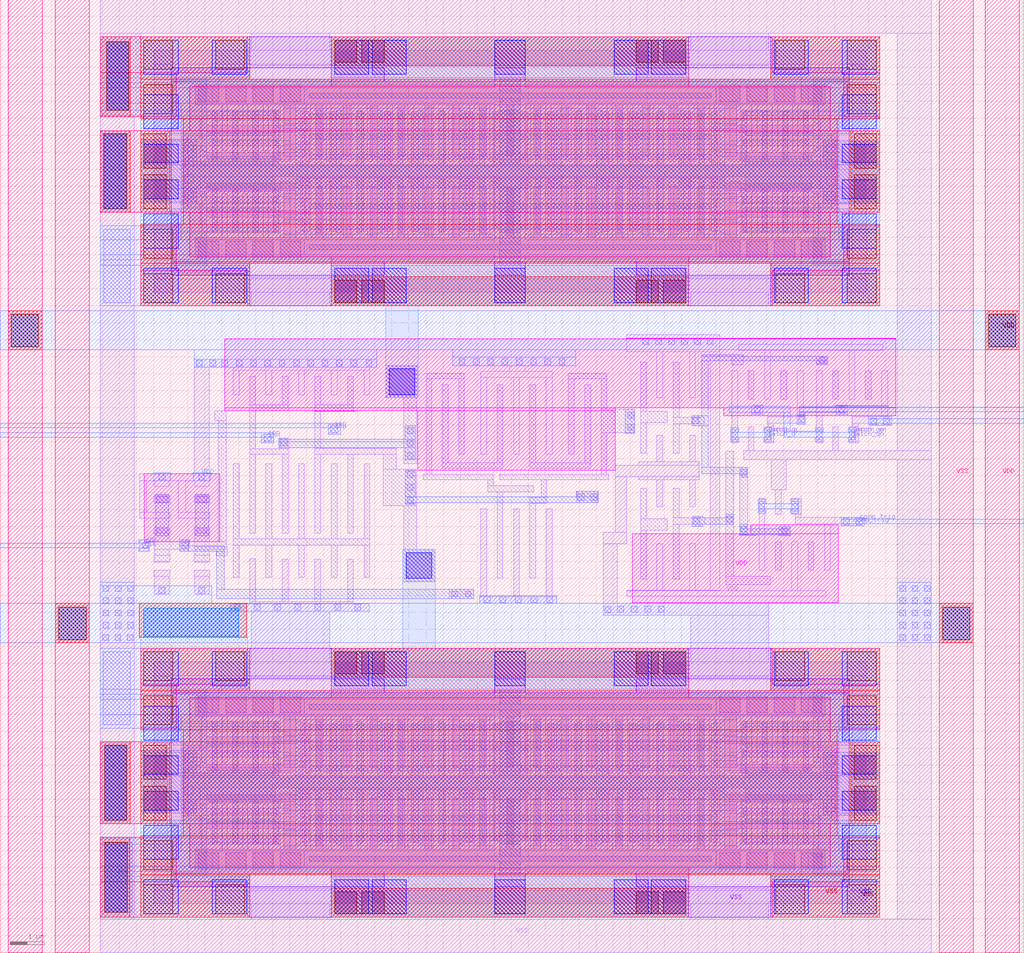
<source format=lef>
VERSION 5.7 ;
  NOWIREEXTENSIONATPIN ON ;
  DIVIDERCHAR "/" ;
  BUSBITCHARS "[]" ;
MACRO adc_comp_latch
  CLASS BLOCK ;
  FOREIGN adc_comp_latch ;
  ORIGIN 0.000 0.000 ;
  SIZE 30.050 BY 27.980 ;
  PIN VDD
    DIRECTION INOUT ;
    USE POWER ;
    PORT
      LAYER nwell ;
        RECT 18.380 18.020 26.290 18.040 ;
        RECT 6.590 16.000 26.290 18.020 ;
        RECT 6.590 15.910 18.050 16.000 ;
        RECT 9.220 15.900 10.430 15.910 ;
        RECT 12.260 14.160 18.050 15.910 ;
        RECT 21.240 15.760 26.290 16.000 ;
        RECT 4.230 12.070 6.440 14.060 ;
        RECT 22.040 12.300 24.610 12.560 ;
        RECT 18.560 10.280 24.610 12.300 ;
      LAYER li1 ;
        RECT 18.390 17.650 21.130 18.140 ;
        RECT 21.680 17.690 25.910 17.860 ;
        RECT 5.700 17.190 11.060 17.430 ;
        RECT 13.280 17.240 16.900 17.480 ;
        RECT 5.700 14.060 6.130 17.190 ;
        RECT 6.840 17.100 10.850 17.190 ;
        RECT 6.840 16.390 7.010 17.100 ;
        RECT 7.800 16.390 7.970 17.100 ;
        RECT 8.760 16.390 8.930 17.100 ;
        RECT 9.720 16.390 9.890 17.100 ;
        RECT 10.680 16.390 10.850 17.100 ;
        RECT 14.960 17.070 15.410 17.240 ;
        RECT 14.110 16.900 16.200 17.070 ;
        RECT 14.110 14.640 14.280 16.900 ;
        RECT 15.070 14.640 15.240 16.900 ;
        RECT 16.030 14.640 16.200 16.900 ;
        RECT 19.280 16.290 19.450 17.650 ;
        RECT 20.240 16.290 20.410 17.650 ;
        RECT 4.100 13.860 6.130 14.060 ;
        RECT 4.100 12.940 4.280 13.860 ;
        RECT 4.540 13.700 4.960 13.860 ;
        RECT 5.230 12.940 5.450 13.860 ;
        RECT 5.710 13.700 6.130 13.860 ;
        RECT 4.100 12.750 4.980 12.940 ;
        RECT 5.230 12.750 6.150 12.940 ;
        RECT 19.280 10.650 19.450 12.010 ;
        RECT 20.240 10.650 20.410 12.010 ;
        RECT 20.850 10.650 21.130 17.650 ;
        RECT 22.440 16.250 22.610 17.690 ;
        RECT 24.920 16.250 25.090 17.690 ;
        RECT 18.400 10.630 21.130 10.650 ;
        RECT 23.240 10.630 23.410 12.070 ;
        RECT 18.400 10.460 24.230 10.630 ;
      LAYER mcon ;
        RECT 18.860 17.860 19.040 18.040 ;
        RECT 19.240 17.860 19.420 18.040 ;
        RECT 19.620 17.860 19.800 18.040 ;
        RECT 20.000 17.860 20.180 18.040 ;
        RECT 20.380 17.860 20.560 18.040 ;
        RECT 20.760 17.860 20.940 18.040 ;
        RECT 5.760 17.220 5.930 17.400 ;
        RECT 6.150 17.220 6.320 17.400 ;
        RECT 6.510 17.220 6.680 17.400 ;
        RECT 6.930 17.220 7.100 17.390 ;
        RECT 7.350 17.220 7.520 17.390 ;
        RECT 7.770 17.220 7.940 17.390 ;
        RECT 8.190 17.220 8.360 17.390 ;
        RECT 8.610 17.220 8.780 17.390 ;
        RECT 9.030 17.220 9.200 17.390 ;
        RECT 9.450 17.220 9.620 17.390 ;
        RECT 9.870 17.220 10.040 17.390 ;
        RECT 10.290 17.220 10.460 17.390 ;
        RECT 10.740 17.220 10.910 17.390 ;
        RECT 13.470 17.270 13.640 17.440 ;
        RECT 13.890 17.270 14.060 17.440 ;
        RECT 14.310 17.270 14.480 17.440 ;
        RECT 14.730 17.270 14.900 17.440 ;
        RECT 15.150 17.270 15.320 17.440 ;
        RECT 15.570 17.270 15.740 17.440 ;
        RECT 15.990 17.270 16.160 17.440 ;
        RECT 16.410 17.270 16.580 17.440 ;
        RECT 4.660 13.890 4.840 14.060 ;
        RECT 5.830 13.890 6.010 14.060 ;
      LAYER met1 ;
        RECT 0.000 17.700 29.920 18.850 ;
        RECT 5.700 17.190 11.060 17.700 ;
        RECT 13.280 17.240 16.900 17.700 ;
        RECT 4.500 13.860 4.990 14.090 ;
        RECT 5.670 13.860 6.160 14.090 ;
      LAYER via ;
        RECT 0.320 17.790 1.120 18.740 ;
        RECT 29.020 17.790 29.820 18.740 ;
      LAYER met2 ;
        RECT 0.230 17.700 1.230 18.850 ;
        RECT 28.920 17.700 29.920 18.850 ;
      LAYER via2 ;
        RECT 0.320 17.790 1.120 18.740 ;
        RECT 29.020 17.790 29.820 18.740 ;
      LAYER met3 ;
        RECT 0.230 17.700 1.230 18.850 ;
        RECT 28.920 17.700 29.920 18.850 ;
      LAYER via3 ;
        RECT 0.320 17.790 1.120 18.740 ;
        RECT 29.020 17.790 29.820 18.740 ;
      LAYER met4 ;
        RECT 0.230 0.000 1.230 27.980 ;
        RECT 28.920 0.000 29.920 27.980 ;
    END
  END VDD
  PIN VSS
    DIRECTION INOUT ;
    USE POWER ;
    PORT
      LAYER pwell ;
        RECT 7.320 25.990 9.720 26.890 ;
        RECT 20.220 25.990 22.620 26.890 ;
        RECT 5.020 25.590 11.270 25.990 ;
        RECT 14.520 25.590 15.420 25.990 ;
        RECT 18.670 25.590 24.920 25.990 ;
        RECT 5.020 20.290 24.920 25.590 ;
        RECT 5.020 19.890 11.270 20.290 ;
        RECT 14.520 19.890 15.420 20.290 ;
        RECT 18.670 19.890 24.920 20.290 ;
        RECT 7.320 18.990 9.720 19.890 ;
        RECT 20.220 18.990 22.620 19.890 ;
        RECT 7.320 8.040 9.720 8.940 ;
        RECT 20.220 8.040 22.620 8.940 ;
        RECT 5.020 7.640 11.270 8.040 ;
        RECT 14.520 7.640 15.420 8.040 ;
        RECT 18.670 7.640 24.920 8.040 ;
        RECT 5.020 2.340 24.920 7.640 ;
        RECT 5.020 1.940 11.270 2.340 ;
        RECT 14.520 1.940 15.420 2.340 ;
        RECT 18.670 1.940 24.920 2.340 ;
        RECT 7.320 1.040 9.720 1.940 ;
        RECT 20.220 1.040 22.620 1.940 ;
      LAYER li1 ;
        RECT 2.940 26.990 27.330 27.980 ;
        RECT 2.940 24.540 4.120 26.990 ;
        RECT 7.370 26.490 9.670 26.990 ;
        RECT 20.270 26.490 22.570 26.990 ;
        RECT 4.520 26.090 25.420 26.490 ;
        RECT 2.940 0.990 3.930 24.540 ;
        RECT 4.520 19.790 4.920 26.090 ;
        RECT 7.370 26.040 9.670 26.090 ;
        RECT 20.270 26.040 22.570 26.090 ;
        RECT 5.720 24.890 24.220 25.490 ;
        RECT 8.320 24.290 8.670 24.890 ;
        RECT 6.070 24.090 8.670 24.290 ;
        RECT 8.320 23.490 8.670 24.090 ;
        RECT 6.070 23.290 8.670 23.490 ;
        RECT 9.270 23.390 9.470 24.890 ;
        RECT 10.070 23.390 10.270 24.890 ;
        RECT 10.870 23.390 11.070 24.890 ;
        RECT 11.670 23.390 11.870 24.890 ;
        RECT 12.470 23.390 12.670 24.890 ;
        RECT 13.270 23.390 13.470 24.890 ;
        RECT 14.070 23.390 14.270 24.890 ;
        RECT 14.870 23.390 15.070 24.890 ;
        RECT 15.670 23.390 15.870 24.890 ;
        RECT 16.470 23.390 16.670 24.890 ;
        RECT 17.270 23.390 17.470 24.890 ;
        RECT 18.070 23.390 18.270 24.890 ;
        RECT 18.870 23.390 19.070 24.890 ;
        RECT 19.670 23.390 19.870 24.890 ;
        RECT 20.470 23.390 20.670 24.890 ;
        RECT 21.270 24.290 21.620 24.890 ;
        RECT 21.270 24.090 23.870 24.290 ;
        RECT 21.270 23.490 21.620 24.090 ;
        RECT 21.270 23.290 23.820 23.490 ;
        RECT 6.070 22.390 8.670 22.590 ;
        RECT 8.320 21.790 8.670 22.390 ;
        RECT 6.070 21.590 8.670 21.790 ;
        RECT 8.320 20.990 8.670 21.590 ;
        RECT 9.270 20.990 9.470 22.490 ;
        RECT 10.070 20.990 10.270 22.490 ;
        RECT 10.870 20.990 11.070 22.490 ;
        RECT 11.670 20.990 11.870 22.490 ;
        RECT 12.470 20.990 12.670 22.490 ;
        RECT 13.270 20.990 13.470 22.490 ;
        RECT 14.070 20.990 14.270 22.490 ;
        RECT 14.870 20.990 15.070 22.490 ;
        RECT 15.670 20.990 15.870 22.490 ;
        RECT 16.470 20.990 16.670 22.490 ;
        RECT 17.270 20.990 17.470 22.490 ;
        RECT 18.070 20.990 18.270 22.490 ;
        RECT 18.870 20.990 19.070 22.490 ;
        RECT 19.670 20.990 19.870 22.490 ;
        RECT 20.470 20.990 20.670 22.490 ;
        RECT 21.270 22.390 23.820 22.590 ;
        RECT 21.270 21.790 21.620 22.390 ;
        RECT 21.270 21.590 23.870 21.790 ;
        RECT 21.270 20.990 21.620 21.590 ;
        RECT 5.720 20.390 24.220 20.990 ;
        RECT 7.370 19.790 9.670 19.840 ;
        RECT 20.270 19.790 22.570 19.840 ;
        RECT 25.020 19.790 25.420 26.090 ;
        RECT 4.520 19.390 25.420 19.790 ;
        RECT 7.370 18.990 9.670 19.390 ;
        RECT 20.270 18.990 22.570 19.390 ;
        RECT 19.280 14.410 19.450 15.200 ;
        RECT 20.240 14.410 20.410 15.200 ;
        RECT 21.960 14.740 22.130 15.440 ;
        RECT 24.440 14.740 24.610 15.440 ;
        RECT 26.340 14.740 27.330 26.990 ;
        RECT 21.830 14.480 27.330 14.740 ;
        RECT 18.740 14.320 20.520 14.410 ;
        RECT 18.060 13.980 20.520 14.320 ;
        RECT 4.520 11.060 4.980 11.230 ;
        RECT 5.690 11.060 6.150 11.230 ;
        RECT 4.540 10.530 4.960 11.060 ;
        RECT 5.710 10.530 6.130 11.060 ;
        RECT 7.320 10.310 7.490 11.570 ;
        RECT 8.280 10.310 8.450 11.560 ;
        RECT 9.240 10.310 9.410 11.560 ;
        RECT 10.200 10.310 10.370 11.560 ;
        RECT 14.110 10.450 14.280 13.030 ;
        RECT 15.070 10.450 15.240 13.030 ;
        RECT 16.030 10.450 16.200 13.030 ;
        RECT 18.060 12.350 18.400 13.980 ;
        RECT 18.740 13.890 20.520 13.980 ;
        RECT 19.280 13.100 19.450 13.890 ;
        RECT 20.240 13.100 20.410 13.890 ;
        RECT 22.640 13.590 23.070 14.480 ;
        RECT 22.760 12.880 22.930 13.590 ;
        RECT 17.710 12.010 18.400 12.350 ;
        RECT 7.320 10.240 10.370 10.310 ;
        RECT 14.080 10.260 16.340 10.450 ;
        RECT 17.710 10.260 18.110 12.010 ;
        RECT 6.750 10.030 10.840 10.240 ;
        RECT 7.370 8.540 9.670 10.030 ;
        RECT 17.710 9.910 22.570 10.260 ;
        RECT 20.270 8.540 22.570 9.910 ;
        RECT 4.520 8.140 25.420 8.540 ;
        RECT 4.520 1.840 4.920 8.140 ;
        RECT 7.370 8.090 9.670 8.140 ;
        RECT 20.270 8.090 22.570 8.140 ;
        RECT 5.720 6.940 24.220 7.540 ;
        RECT 8.320 6.340 8.670 6.940 ;
        RECT 6.070 6.140 8.670 6.340 ;
        RECT 8.320 5.540 8.670 6.140 ;
        RECT 6.070 5.340 8.670 5.540 ;
        RECT 9.270 5.440 9.470 6.940 ;
        RECT 10.070 5.440 10.270 6.940 ;
        RECT 10.870 5.440 11.070 6.940 ;
        RECT 11.670 5.440 11.870 6.940 ;
        RECT 12.470 5.440 12.670 6.940 ;
        RECT 13.270 5.440 13.470 6.940 ;
        RECT 14.070 5.440 14.270 6.940 ;
        RECT 14.870 5.440 15.070 6.940 ;
        RECT 15.670 5.440 15.870 6.940 ;
        RECT 16.470 5.440 16.670 6.940 ;
        RECT 17.270 5.440 17.470 6.940 ;
        RECT 18.070 5.440 18.270 6.940 ;
        RECT 18.870 5.440 19.070 6.940 ;
        RECT 19.670 5.440 19.870 6.940 ;
        RECT 20.470 5.440 20.670 6.940 ;
        RECT 21.270 6.340 21.620 6.940 ;
        RECT 21.270 6.140 23.870 6.340 ;
        RECT 21.270 5.540 21.620 6.140 ;
        RECT 21.270 5.340 23.820 5.540 ;
        RECT 6.070 4.440 8.670 4.640 ;
        RECT 8.320 3.840 8.670 4.440 ;
        RECT 6.070 3.640 8.670 3.840 ;
        RECT 8.320 3.040 8.670 3.640 ;
        RECT 9.270 3.040 9.470 4.540 ;
        RECT 10.070 3.040 10.270 4.540 ;
        RECT 10.870 3.040 11.070 4.540 ;
        RECT 11.670 3.040 11.870 4.540 ;
        RECT 12.470 3.040 12.670 4.540 ;
        RECT 13.270 3.040 13.470 4.540 ;
        RECT 14.070 3.040 14.270 4.540 ;
        RECT 14.870 3.040 15.070 4.540 ;
        RECT 15.670 3.040 15.870 4.540 ;
        RECT 16.470 3.040 16.670 4.540 ;
        RECT 17.270 3.040 17.470 4.540 ;
        RECT 18.070 3.040 18.270 4.540 ;
        RECT 18.870 3.040 19.070 4.540 ;
        RECT 19.670 3.040 19.870 4.540 ;
        RECT 20.470 3.040 20.670 4.540 ;
        RECT 21.270 4.440 23.820 4.640 ;
        RECT 21.270 3.840 21.620 4.440 ;
        RECT 21.270 3.640 23.870 3.840 ;
        RECT 21.270 3.040 21.620 3.640 ;
        RECT 5.720 2.440 24.220 3.040 ;
        RECT 7.370 1.840 9.670 1.890 ;
        RECT 20.270 1.840 22.570 1.890 ;
        RECT 25.020 1.840 25.420 8.140 ;
        RECT 4.520 1.440 25.420 1.840 ;
        RECT 7.370 0.990 9.670 1.440 ;
        RECT 20.270 0.990 22.570 1.440 ;
        RECT 26.340 0.990 27.330 14.480 ;
        RECT 2.940 0.000 27.330 0.990 ;
      LAYER mcon ;
        RECT 3.120 24.740 3.770 26.740 ;
        RECT 3.040 21.840 3.720 24.040 ;
        RECT 3.040 19.090 3.820 21.240 ;
        RECT 5.820 24.990 6.420 25.490 ;
        RECT 6.620 24.990 7.220 25.490 ;
        RECT 7.420 24.990 8.020 25.490 ;
        RECT 8.220 24.990 8.820 25.490 ;
        RECT 21.120 24.990 21.720 25.490 ;
        RECT 21.920 24.990 22.520 25.490 ;
        RECT 22.720 24.990 23.320 25.490 ;
        RECT 23.520 24.990 24.120 25.490 ;
        RECT 5.820 20.390 6.420 20.890 ;
        RECT 6.620 20.390 7.220 20.890 ;
        RECT 7.420 20.390 8.020 20.890 ;
        RECT 8.220 20.390 8.820 20.890 ;
        RECT 21.120 20.390 21.720 20.890 ;
        RECT 21.920 20.390 22.520 20.890 ;
        RECT 22.720 20.390 23.320 20.890 ;
        RECT 23.520 20.390 24.120 20.890 ;
        RECT 3.020 10.610 3.190 10.780 ;
        RECT 3.380 10.610 3.550 10.780 ;
        RECT 3.740 10.610 3.910 10.780 ;
        RECT 4.660 10.560 4.840 10.730 ;
        RECT 5.830 10.560 6.010 10.730 ;
        RECT 3.020 10.250 3.190 10.420 ;
        RECT 3.380 10.250 3.550 10.420 ;
        RECT 3.740 10.250 3.910 10.420 ;
        RECT 14.200 10.270 14.380 10.450 ;
        RECT 14.660 10.270 14.840 10.450 ;
        RECT 15.120 10.270 15.300 10.450 ;
        RECT 15.580 10.270 15.760 10.450 ;
        RECT 16.040 10.270 16.220 10.450 ;
        RECT 26.410 10.610 26.580 10.780 ;
        RECT 26.770 10.610 26.940 10.780 ;
        RECT 27.130 10.610 27.300 10.780 ;
        RECT 3.020 9.890 3.190 10.060 ;
        RECT 3.380 9.890 3.550 10.060 ;
        RECT 3.740 9.890 3.910 10.060 ;
        RECT 6.870 10.050 7.050 10.230 ;
        RECT 7.460 10.050 7.640 10.230 ;
        RECT 8.050 10.050 8.230 10.230 ;
        RECT 8.640 10.050 8.820 10.230 ;
        RECT 9.230 10.050 9.410 10.230 ;
        RECT 9.820 10.050 10.000 10.230 ;
        RECT 10.410 10.050 10.590 10.230 ;
        RECT 3.020 9.530 3.190 9.700 ;
        RECT 3.380 9.530 3.550 9.700 ;
        RECT 3.740 9.530 3.910 9.700 ;
        RECT 3.010 9.170 3.180 9.340 ;
        RECT 3.370 9.170 3.540 9.340 ;
        RECT 3.730 9.170 3.900 9.340 ;
        RECT 3.030 6.690 3.820 8.840 ;
        RECT 17.750 9.980 17.930 10.160 ;
        RECT 18.120 9.990 18.300 10.170 ;
        RECT 18.520 9.990 18.700 10.170 ;
        RECT 18.920 9.990 19.100 10.170 ;
        RECT 19.320 9.990 19.500 10.170 ;
        RECT 26.410 10.250 26.580 10.420 ;
        RECT 26.770 10.250 26.940 10.420 ;
        RECT 27.130 10.250 27.300 10.420 ;
        RECT 26.410 9.890 26.580 10.060 ;
        RECT 26.770 9.890 26.940 10.060 ;
        RECT 27.130 9.890 27.300 10.060 ;
        RECT 26.410 9.530 26.580 9.700 ;
        RECT 26.770 9.530 26.940 9.700 ;
        RECT 27.130 9.530 27.300 9.700 ;
        RECT 26.410 9.170 26.580 9.340 ;
        RECT 26.770 9.170 26.940 9.340 ;
        RECT 27.130 9.170 27.300 9.340 ;
        RECT 3.070 3.890 3.720 6.090 ;
        RECT 3.070 1.190 3.870 3.240 ;
        RECT 5.820 7.040 6.420 7.540 ;
        RECT 6.620 7.040 7.220 7.540 ;
        RECT 7.420 7.040 8.020 7.540 ;
        RECT 8.220 7.040 8.820 7.540 ;
        RECT 21.120 7.040 21.720 7.540 ;
        RECT 21.920 7.040 22.520 7.540 ;
        RECT 22.720 7.040 23.320 7.540 ;
        RECT 23.520 7.040 24.120 7.540 ;
        RECT 5.820 2.440 6.420 2.940 ;
        RECT 6.620 2.440 7.220 2.940 ;
        RECT 7.420 2.440 8.020 2.940 ;
        RECT 8.220 2.440 8.820 2.940 ;
        RECT 21.120 2.440 21.720 2.940 ;
        RECT 21.920 2.440 22.520 2.940 ;
        RECT 22.720 2.440 23.320 2.940 ;
        RECT 23.520 2.440 24.120 2.940 ;
      LAYER met1 ;
        RECT 2.940 25.690 7.320 26.890 ;
        RECT 22.620 25.690 25.820 26.890 ;
        RECT 2.940 25.540 6.420 25.690 ;
        RECT 23.520 25.540 25.820 25.690 ;
        RECT 2.940 25.390 14.520 25.540 ;
        RECT 15.420 25.390 25.820 25.540 ;
        RECT 2.940 24.940 8.920 25.390 ;
        RECT 21.020 24.940 25.820 25.390 ;
        RECT 2.940 24.540 5.320 24.940 ;
        RECT 5.770 24.890 14.520 24.940 ;
        RECT 2.940 21.740 3.820 24.140 ;
        RECT 4.120 24.040 5.320 24.540 ;
        RECT 5.920 23.540 6.070 24.890 ;
        RECT 6.520 23.540 6.670 24.890 ;
        RECT 7.120 23.540 7.270 24.890 ;
        RECT 7.720 23.540 7.870 24.890 ;
        RECT 8.320 24.790 14.520 24.890 ;
        RECT 15.420 24.890 24.170 24.940 ;
        RECT 15.420 24.790 21.620 24.890 ;
        RECT 8.320 24.340 8.920 24.790 ;
        RECT 21.020 24.340 21.620 24.790 ;
        RECT 8.320 24.190 14.520 24.340 ;
        RECT 15.420 24.190 21.620 24.340 ;
        RECT 8.320 23.740 8.920 24.190 ;
        RECT 21.020 23.740 21.620 24.190 ;
        RECT 8.320 23.590 14.520 23.740 ;
        RECT 15.420 23.590 21.620 23.740 ;
        RECT 8.320 23.390 8.920 23.590 ;
        RECT 21.020 23.390 21.620 23.590 ;
        RECT 22.070 23.540 22.220 24.890 ;
        RECT 22.670 23.540 22.820 24.890 ;
        RECT 23.270 23.540 23.420 24.890 ;
        RECT 23.870 23.540 24.020 24.890 ;
        RECT 24.620 24.040 25.820 24.940 ;
        RECT 4.120 21.340 5.320 21.840 ;
        RECT 2.940 20.940 5.320 21.340 ;
        RECT 5.920 20.990 6.070 22.290 ;
        RECT 6.520 20.990 6.670 22.290 ;
        RECT 7.120 20.990 7.270 22.290 ;
        RECT 7.720 20.990 7.870 22.290 ;
        RECT 8.320 22.140 14.520 22.290 ;
        RECT 15.420 22.140 21.620 22.290 ;
        RECT 8.320 21.690 8.920 22.140 ;
        RECT 21.020 21.690 21.620 22.140 ;
        RECT 8.320 21.540 14.520 21.690 ;
        RECT 15.420 21.540 21.620 21.690 ;
        RECT 8.320 21.090 8.920 21.540 ;
        RECT 21.020 21.090 21.620 21.540 ;
        RECT 8.320 20.990 14.520 21.090 ;
        RECT 5.770 20.940 14.520 20.990 ;
        RECT 15.420 20.990 21.620 21.090 ;
        RECT 22.070 20.990 22.220 22.290 ;
        RECT 22.670 20.990 22.820 22.290 ;
        RECT 23.270 20.990 23.420 22.290 ;
        RECT 23.870 20.990 24.020 22.290 ;
        RECT 15.420 20.940 24.170 20.990 ;
        RECT 24.620 20.940 25.820 21.840 ;
        RECT 2.940 20.490 8.920 20.940 ;
        RECT 21.020 20.490 25.820 20.940 ;
        RECT 2.940 20.340 14.520 20.490 ;
        RECT 15.420 20.340 25.820 20.490 ;
        RECT 2.940 20.190 6.420 20.340 ;
        RECT 23.520 20.190 25.820 20.340 ;
        RECT 2.940 18.990 7.320 20.190 ;
        RECT 22.620 18.990 25.820 20.190 ;
        RECT 2.940 10.780 3.940 10.880 ;
        RECT 2.940 10.260 6.210 10.780 ;
        RECT 14.080 10.260 16.340 10.480 ;
        RECT 26.340 10.260 27.330 10.880 ;
        RECT 0.000 9.100 28.570 10.260 ;
        RECT 2.930 7.740 7.320 8.940 ;
        RECT 22.620 7.740 25.820 8.940 ;
        RECT 2.930 7.590 6.420 7.740 ;
        RECT 23.520 7.590 25.820 7.740 ;
        RECT 2.930 7.440 14.520 7.590 ;
        RECT 15.420 7.440 25.820 7.590 ;
        RECT 2.930 6.990 8.920 7.440 ;
        RECT 21.020 6.990 25.820 7.440 ;
        RECT 2.930 6.590 5.320 6.990 ;
        RECT 5.770 6.940 14.520 6.990 ;
        RECT 2.940 3.790 3.820 6.190 ;
        RECT 4.120 6.090 5.320 6.590 ;
        RECT 5.920 5.590 6.070 6.940 ;
        RECT 6.520 5.590 6.670 6.940 ;
        RECT 7.120 5.590 7.270 6.940 ;
        RECT 7.720 5.590 7.870 6.940 ;
        RECT 8.320 6.840 14.520 6.940 ;
        RECT 15.420 6.940 24.170 6.990 ;
        RECT 15.420 6.840 21.620 6.940 ;
        RECT 8.320 6.390 8.920 6.840 ;
        RECT 21.020 6.390 21.620 6.840 ;
        RECT 8.320 6.240 14.520 6.390 ;
        RECT 15.420 6.240 21.620 6.390 ;
        RECT 8.320 5.790 8.920 6.240 ;
        RECT 21.020 5.790 21.620 6.240 ;
        RECT 8.320 5.640 14.520 5.790 ;
        RECT 15.420 5.640 21.620 5.790 ;
        RECT 8.320 5.440 8.920 5.640 ;
        RECT 21.020 5.440 21.620 5.640 ;
        RECT 22.070 5.590 22.220 6.940 ;
        RECT 22.670 5.590 22.820 6.940 ;
        RECT 23.270 5.590 23.420 6.940 ;
        RECT 23.870 5.590 24.020 6.940 ;
        RECT 24.620 6.090 25.820 6.990 ;
        RECT 4.120 3.390 5.320 3.890 ;
        RECT 2.940 2.990 5.320 3.390 ;
        RECT 5.920 3.040 6.070 4.340 ;
        RECT 6.520 3.040 6.670 4.340 ;
        RECT 7.120 3.040 7.270 4.340 ;
        RECT 7.720 3.040 7.870 4.340 ;
        RECT 8.320 4.190 14.520 4.340 ;
        RECT 15.420 4.190 21.620 4.340 ;
        RECT 8.320 3.740 8.920 4.190 ;
        RECT 21.020 3.740 21.620 4.190 ;
        RECT 8.320 3.590 14.520 3.740 ;
        RECT 15.420 3.590 21.620 3.740 ;
        RECT 8.320 3.140 8.920 3.590 ;
        RECT 21.020 3.140 21.620 3.590 ;
        RECT 8.320 3.040 14.520 3.140 ;
        RECT 5.770 2.990 14.520 3.040 ;
        RECT 15.420 3.040 21.620 3.140 ;
        RECT 22.070 3.040 22.220 4.340 ;
        RECT 22.670 3.040 22.820 4.340 ;
        RECT 23.270 3.040 23.420 4.340 ;
        RECT 23.870 3.040 24.020 4.340 ;
        RECT 15.420 2.990 24.170 3.040 ;
        RECT 24.620 2.990 25.820 3.890 ;
        RECT 2.940 2.540 8.920 2.990 ;
        RECT 21.020 2.540 25.820 2.990 ;
        RECT 2.940 2.390 14.520 2.540 ;
        RECT 15.420 2.390 25.820 2.540 ;
        RECT 2.940 2.240 6.420 2.390 ;
        RECT 23.520 2.240 25.820 2.390 ;
        RECT 2.940 1.040 7.320 2.240 ;
        RECT 22.620 1.040 25.820 2.240 ;
      LAYER via ;
        RECT 3.120 24.740 3.770 26.740 ;
        RECT 4.220 25.790 5.220 26.790 ;
        RECT 6.220 25.790 7.220 26.790 ;
        RECT 22.720 25.790 23.720 26.790 ;
        RECT 24.720 25.790 25.720 26.790 ;
        RECT 4.220 24.190 5.220 25.190 ;
        RECT 3.040 21.840 3.720 24.040 ;
        RECT 24.720 24.190 25.720 25.190 ;
        RECT 4.220 20.690 5.220 21.690 ;
        RECT 24.720 20.690 25.720 21.690 ;
        RECT 4.220 19.090 5.220 20.090 ;
        RECT 6.220 19.090 7.220 20.090 ;
        RECT 22.720 19.090 23.720 20.090 ;
        RECT 24.720 19.090 25.720 20.090 ;
        RECT 1.720 9.190 2.520 10.140 ;
        RECT 4.220 9.290 7.000 10.120 ;
        RECT 27.670 9.190 28.470 10.140 ;
        RECT 4.220 7.840 5.220 8.840 ;
        RECT 6.220 7.840 7.220 8.840 ;
        RECT 22.720 7.840 23.720 8.840 ;
        RECT 24.720 7.840 25.720 8.840 ;
        RECT 4.220 6.240 5.220 7.240 ;
        RECT 3.070 3.890 3.720 6.090 ;
        RECT 24.720 6.240 25.720 7.240 ;
        RECT 3.070 1.190 3.730 3.240 ;
        RECT 4.220 2.740 5.220 3.740 ;
        RECT 24.720 2.740 25.720 3.740 ;
        RECT 4.220 1.140 5.220 2.140 ;
        RECT 6.220 1.140 7.220 2.140 ;
        RECT 22.720 1.140 23.720 2.140 ;
        RECT 24.720 1.140 25.720 2.140 ;
      LAYER met2 ;
        RECT 2.940 25.690 7.320 26.890 ;
        RECT 22.620 25.690 25.820 26.890 ;
        RECT 2.940 24.740 6.070 25.690 ;
        RECT 23.870 24.740 25.820 25.690 ;
        RECT 2.940 24.590 8.070 24.740 ;
        RECT 2.940 24.540 6.070 24.590 ;
        RECT 4.120 24.140 6.070 24.540 ;
        RECT 2.940 21.740 3.820 24.140 ;
        RECT 4.120 24.040 8.070 24.140 ;
        RECT 5.520 23.990 8.070 24.040 ;
        RECT 5.520 23.390 6.070 23.990 ;
        RECT 5.520 23.090 8.070 23.390 ;
        RECT 8.670 23.090 8.820 24.740 ;
        RECT 9.270 23.090 9.420 24.740 ;
        RECT 9.870 23.090 10.020 24.740 ;
        RECT 10.470 23.090 10.620 24.740 ;
        RECT 11.070 23.090 11.220 24.740 ;
        RECT 11.670 23.090 11.820 24.740 ;
        RECT 12.270 23.090 12.420 24.740 ;
        RECT 12.870 23.090 13.020 24.740 ;
        RECT 13.470 23.090 13.620 24.740 ;
        RECT 14.070 23.090 14.220 24.740 ;
        RECT 14.670 23.090 15.270 24.740 ;
        RECT 15.720 23.090 15.870 24.740 ;
        RECT 16.320 23.090 16.470 24.740 ;
        RECT 16.920 23.090 17.070 24.740 ;
        RECT 17.520 23.090 17.670 24.740 ;
        RECT 18.120 23.090 18.270 24.740 ;
        RECT 18.720 23.090 18.870 24.740 ;
        RECT 19.320 23.090 19.470 24.740 ;
        RECT 19.920 23.090 20.070 24.740 ;
        RECT 20.520 23.090 20.670 24.740 ;
        RECT 21.120 23.090 21.270 24.740 ;
        RECT 21.870 24.590 25.820 24.740 ;
        RECT 23.870 24.140 25.820 24.590 ;
        RECT 21.870 24.040 25.820 24.140 ;
        RECT 21.870 23.990 24.420 24.040 ;
        RECT 23.870 23.390 24.420 23.990 ;
        RECT 21.870 23.090 24.420 23.390 ;
        RECT 5.520 22.790 24.420 23.090 ;
        RECT 5.520 22.340 8.070 22.790 ;
        RECT 5.520 21.890 6.070 22.340 ;
        RECT 5.520 21.840 8.070 21.890 ;
        RECT 4.120 21.740 8.070 21.840 ;
        RECT 4.120 21.290 6.070 21.740 ;
        RECT 4.120 21.140 8.070 21.290 ;
        RECT 8.670 21.140 8.820 22.790 ;
        RECT 9.270 21.140 9.420 22.790 ;
        RECT 9.870 21.140 10.020 22.790 ;
        RECT 10.470 21.140 10.620 22.790 ;
        RECT 11.070 21.140 11.220 22.790 ;
        RECT 11.670 21.140 11.820 22.790 ;
        RECT 12.270 21.140 12.420 22.790 ;
        RECT 12.870 21.140 13.020 22.790 ;
        RECT 13.470 21.140 13.620 22.790 ;
        RECT 14.070 21.140 14.220 22.790 ;
        RECT 14.670 21.140 15.270 22.790 ;
        RECT 15.720 21.140 15.870 22.790 ;
        RECT 16.320 21.140 16.470 22.790 ;
        RECT 16.920 21.140 17.070 22.790 ;
        RECT 17.520 21.140 17.670 22.790 ;
        RECT 18.120 21.140 18.270 22.790 ;
        RECT 18.720 21.140 18.870 22.790 ;
        RECT 19.320 21.140 19.470 22.790 ;
        RECT 19.920 21.140 20.070 22.790 ;
        RECT 20.520 21.140 20.670 22.790 ;
        RECT 21.120 21.140 21.270 22.790 ;
        RECT 21.870 22.340 24.420 22.790 ;
        RECT 23.870 21.890 24.420 22.340 ;
        RECT 21.870 21.840 24.420 21.890 ;
        RECT 21.870 21.740 25.820 21.840 ;
        RECT 23.870 21.290 25.820 21.740 ;
        RECT 21.870 21.140 25.820 21.290 ;
        RECT 4.120 20.190 6.070 21.140 ;
        RECT 23.870 20.190 25.820 21.140 ;
        RECT 4.120 18.990 7.320 20.190 ;
        RECT 22.620 18.990 25.820 20.190 ;
        RECT 1.610 9.100 2.610 10.260 ;
        RECT 4.080 9.260 7.230 10.260 ;
        RECT 4.120 8.940 7.270 9.260 ;
        RECT 27.570 9.100 28.570 10.260 ;
        RECT 4.120 7.740 7.320 8.940 ;
        RECT 22.620 7.740 25.820 8.940 ;
        RECT 4.120 6.790 6.070 7.740 ;
        RECT 23.870 6.790 25.820 7.740 ;
        RECT 4.120 6.640 8.070 6.790 ;
        RECT 4.120 6.190 6.070 6.640 ;
        RECT 2.940 3.790 3.820 6.190 ;
        RECT 4.120 6.090 8.070 6.190 ;
        RECT 5.520 6.040 8.070 6.090 ;
        RECT 5.520 5.440 6.070 6.040 ;
        RECT 5.520 5.140 8.070 5.440 ;
        RECT 8.670 5.140 8.820 6.790 ;
        RECT 9.270 5.140 9.420 6.790 ;
        RECT 9.870 5.140 10.020 6.790 ;
        RECT 10.470 5.140 10.620 6.790 ;
        RECT 11.070 5.140 11.220 6.790 ;
        RECT 11.670 5.140 11.820 6.790 ;
        RECT 12.270 5.140 12.420 6.790 ;
        RECT 12.870 5.140 13.020 6.790 ;
        RECT 13.470 5.140 13.620 6.790 ;
        RECT 14.070 5.140 14.220 6.790 ;
        RECT 14.670 5.140 15.270 6.790 ;
        RECT 15.720 5.140 15.870 6.790 ;
        RECT 16.320 5.140 16.470 6.790 ;
        RECT 16.920 5.140 17.070 6.790 ;
        RECT 17.520 5.140 17.670 6.790 ;
        RECT 18.120 5.140 18.270 6.790 ;
        RECT 18.720 5.140 18.870 6.790 ;
        RECT 19.320 5.140 19.470 6.790 ;
        RECT 19.920 5.140 20.070 6.790 ;
        RECT 20.520 5.140 20.670 6.790 ;
        RECT 21.120 5.140 21.270 6.790 ;
        RECT 21.870 6.640 25.820 6.790 ;
        RECT 23.870 6.190 25.820 6.640 ;
        RECT 21.870 6.090 25.820 6.190 ;
        RECT 21.870 6.040 24.420 6.090 ;
        RECT 23.870 5.440 24.420 6.040 ;
        RECT 21.870 5.140 24.420 5.440 ;
        RECT 5.520 4.840 24.420 5.140 ;
        RECT 5.520 4.390 8.070 4.840 ;
        RECT 5.520 3.940 6.070 4.390 ;
        RECT 5.520 3.890 8.070 3.940 ;
        RECT 4.120 3.790 8.070 3.890 ;
        RECT 4.120 3.390 6.070 3.790 ;
        RECT 2.940 3.340 6.070 3.390 ;
        RECT 2.940 3.190 8.070 3.340 ;
        RECT 8.670 3.190 8.820 4.840 ;
        RECT 9.270 3.190 9.420 4.840 ;
        RECT 9.870 3.190 10.020 4.840 ;
        RECT 10.470 3.190 10.620 4.840 ;
        RECT 11.070 3.190 11.220 4.840 ;
        RECT 11.670 3.190 11.820 4.840 ;
        RECT 12.270 3.190 12.420 4.840 ;
        RECT 12.870 3.190 13.020 4.840 ;
        RECT 13.470 3.190 13.620 4.840 ;
        RECT 14.070 3.190 14.220 4.840 ;
        RECT 14.670 3.190 15.270 4.840 ;
        RECT 15.720 3.190 15.870 4.840 ;
        RECT 16.320 3.190 16.470 4.840 ;
        RECT 16.920 3.190 17.070 4.840 ;
        RECT 17.520 3.190 17.670 4.840 ;
        RECT 18.120 3.190 18.270 4.840 ;
        RECT 18.720 3.190 18.870 4.840 ;
        RECT 19.320 3.190 19.470 4.840 ;
        RECT 19.920 3.190 20.070 4.840 ;
        RECT 20.520 3.190 20.670 4.840 ;
        RECT 21.120 3.190 21.270 4.840 ;
        RECT 21.870 4.390 24.420 4.840 ;
        RECT 23.870 3.940 24.420 4.390 ;
        RECT 21.870 3.890 24.420 3.940 ;
        RECT 21.870 3.790 25.820 3.890 ;
        RECT 23.870 3.340 25.820 3.790 ;
        RECT 21.870 3.190 25.820 3.340 ;
        RECT 2.940 2.240 6.070 3.190 ;
        RECT 23.870 2.240 25.820 3.190 ;
        RECT 2.940 1.040 7.320 2.240 ;
        RECT 22.620 1.040 25.820 2.240 ;
      LAYER via2 ;
        RECT 3.120 24.740 3.770 26.740 ;
        RECT 3.040 21.840 3.720 24.040 ;
        RECT 1.720 9.190 2.520 10.140 ;
        RECT 4.220 9.290 7.000 10.120 ;
        RECT 27.670 9.190 28.470 10.140 ;
        RECT 3.070 3.890 3.720 6.090 ;
        RECT 3.070 1.190 3.730 3.240 ;
      LAYER met3 ;
        RECT 2.940 24.540 3.810 26.890 ;
        RECT 4.120 25.640 7.320 26.890 ;
        RECT 9.720 26.040 20.220 26.890 ;
        RECT 22.620 25.640 25.820 26.890 ;
        RECT 4.120 24.490 25.820 25.640 ;
        RECT 2.940 21.740 3.820 24.140 ;
        RECT 4.120 21.740 4.970 24.140 ;
        RECT 5.370 21.390 24.570 24.490 ;
        RECT 24.970 21.740 25.820 24.140 ;
        RECT 4.120 20.240 25.820 21.390 ;
        RECT 4.120 18.990 7.320 20.240 ;
        RECT 9.720 18.990 20.220 19.840 ;
        RECT 22.620 18.990 25.820 20.240 ;
        RECT 1.610 9.100 2.610 10.260 ;
        RECT 4.080 9.260 7.230 10.260 ;
        RECT 27.570 9.100 28.570 10.260 ;
        RECT 4.120 7.690 7.320 8.940 ;
        RECT 9.720 8.090 20.220 8.940 ;
        RECT 22.620 7.690 25.820 8.940 ;
        RECT 4.120 6.540 25.820 7.690 ;
        RECT 2.940 3.790 3.820 6.190 ;
        RECT 4.120 3.790 4.970 6.190 ;
        RECT 5.370 3.440 24.570 6.540 ;
        RECT 24.970 3.790 25.820 6.190 ;
        RECT 2.940 1.040 3.800 3.390 ;
        RECT 4.120 2.290 25.820 3.440 ;
        RECT 4.120 1.040 7.320 2.290 ;
        RECT 9.720 1.040 20.220 1.890 ;
        RECT 22.620 1.040 25.820 2.290 ;
      LAYER via3 ;
        RECT 3.120 24.740 3.770 26.740 ;
        RECT 4.220 25.940 5.070 26.790 ;
        RECT 6.320 25.940 7.170 26.790 ;
        RECT 9.820 26.140 10.470 26.790 ;
        RECT 10.620 26.140 11.270 26.790 ;
        RECT 18.670 26.140 19.320 26.790 ;
        RECT 19.470 26.140 20.120 26.790 ;
        RECT 22.770 25.940 23.620 26.790 ;
        RECT 24.870 25.940 25.720 26.790 ;
        RECT 4.220 24.640 5.070 25.490 ;
        RECT 24.870 24.640 25.720 25.490 ;
        RECT 3.040 21.840 3.720 24.040 ;
        RECT 4.220 23.040 4.870 24.040 ;
        RECT 4.220 21.840 4.870 22.840 ;
        RECT 25.070 23.040 25.720 24.040 ;
        RECT 25.070 21.840 25.720 22.840 ;
        RECT 4.220 20.390 5.070 21.240 ;
        RECT 24.870 20.390 25.720 21.240 ;
        RECT 4.220 19.090 5.070 19.940 ;
        RECT 6.320 19.090 7.170 19.940 ;
        RECT 9.820 19.090 10.470 19.740 ;
        RECT 10.620 19.090 11.270 19.740 ;
        RECT 18.670 19.090 19.320 19.740 ;
        RECT 19.470 19.090 20.120 19.740 ;
        RECT 22.770 19.090 23.620 19.940 ;
        RECT 24.870 19.090 25.720 19.940 ;
        RECT 1.720 9.190 2.520 10.140 ;
        RECT 27.670 9.190 28.470 10.140 ;
        RECT 4.220 7.990 5.070 8.840 ;
        RECT 6.320 7.990 7.170 8.840 ;
        RECT 9.820 8.190 10.470 8.840 ;
        RECT 10.620 8.190 11.270 8.840 ;
        RECT 18.670 8.190 19.320 8.840 ;
        RECT 19.470 8.190 20.120 8.840 ;
        RECT 22.770 7.990 23.620 8.840 ;
        RECT 24.870 7.990 25.720 8.840 ;
        RECT 4.220 6.690 5.070 7.540 ;
        RECT 24.870 6.690 25.720 7.540 ;
        RECT 3.070 3.890 3.720 6.090 ;
        RECT 4.220 5.090 4.870 6.090 ;
        RECT 4.220 3.890 4.870 4.890 ;
        RECT 25.070 5.090 25.720 6.090 ;
        RECT 25.070 3.890 25.720 4.890 ;
        RECT 3.070 1.190 3.730 3.240 ;
        RECT 4.220 2.440 5.070 3.290 ;
        RECT 24.870 2.440 25.720 3.290 ;
        RECT 4.220 1.140 5.070 1.990 ;
        RECT 6.320 1.140 7.170 1.990 ;
        RECT 9.820 1.140 10.470 1.790 ;
        RECT 10.620 1.140 11.270 1.790 ;
        RECT 18.670 1.140 19.320 1.790 ;
        RECT 19.470 1.140 20.120 1.790 ;
        RECT 22.770 1.140 23.620 1.990 ;
        RECT 24.870 1.140 25.720 1.990 ;
      LAYER met4 ;
        RECT 1.610 0.000 2.610 27.980 ;
        RECT 2.940 25.840 7.270 26.890 ;
        RECT 2.940 24.540 5.170 25.840 ;
        RECT 9.720 25.440 20.220 26.890 ;
        RECT 22.670 25.840 25.820 26.890 ;
        RECT 5.570 24.140 24.370 25.440 ;
        RECT 24.770 24.540 25.820 25.840 ;
        RECT 2.940 21.740 25.820 24.140 ;
        RECT 4.120 20.040 5.170 21.340 ;
        RECT 5.570 20.440 24.370 21.740 ;
        RECT 4.120 18.990 7.270 20.040 ;
        RECT 9.720 18.990 20.220 20.440 ;
        RECT 24.770 20.040 25.820 21.340 ;
        RECT 22.670 18.990 25.820 20.040 ;
        RECT 4.120 7.890 7.270 8.940 ;
        RECT 4.120 6.590 5.170 7.890 ;
        RECT 9.720 7.490 20.220 8.940 ;
        RECT 22.670 7.890 25.820 8.940 ;
        RECT 5.570 6.190 24.370 7.490 ;
        RECT 24.770 6.590 25.820 7.890 ;
        RECT 2.940 3.790 25.820 6.190 ;
        RECT 2.940 2.090 5.170 3.390 ;
        RECT 5.570 2.490 24.370 3.790 ;
        RECT 2.940 1.040 7.270 2.090 ;
        RECT 9.720 1.040 20.220 2.490 ;
        RECT 24.770 2.090 25.820 3.390 ;
        RECT 22.670 1.040 25.820 2.090 ;
        RECT 27.570 0.000 28.570 27.980 ;
    END
  END VSS
  PIN clk
    DIRECTION INPUT ;
    USE SIGNAL ;
    ANTENNAGATEAREA 0.189000 ;
    PORT
      LAYER li1 ;
        RECT 4.100 11.790 4.370 12.120 ;
      LAYER mcon ;
        RECT 4.180 11.870 4.350 12.040 ;
      LAYER met1 ;
        RECT 4.070 12.030 4.380 12.120 ;
        RECT 0.000 11.890 4.380 12.030 ;
        RECT 4.070 11.790 4.380 11.890 ;
    END
  END clk
  PIN inp
    DIRECTION INPUT ;
    USE SIGNAL ;
    ANTENNAGATEAREA 1.200000 ;
    PORT
      LAYER li1 ;
        RECT 9.630 15.220 9.990 15.520 ;
      LAYER mcon ;
        RECT 9.710 15.270 9.910 15.470 ;
      LAYER met1 ;
        RECT 0.000 15.410 9.990 15.550 ;
        RECT 9.630 15.220 9.990 15.410 ;
    END
  END inp
  PIN inn
    DIRECTION INPUT ;
    USE SIGNAL ;
    ANTENNAGATEAREA 1.200000 ;
    PORT
      LAYER li1 ;
        RECT 7.670 14.970 8.030 15.270 ;
      LAYER mcon ;
        RECT 7.750 15.020 7.950 15.220 ;
      LAYER met1 ;
        RECT 0.000 15.130 8.030 15.270 ;
        RECT 7.670 14.970 8.030 15.130 ;
    END
  END inn
  PIN comp_trig
    DIRECTION OUTPUT ;
    USE SIGNAL ;
    ANTENNADIFFAREA 0.756400 ;
    PORT
      LAYER li1 ;
        RECT 22.280 11.230 22.450 13.340 ;
        RECT 23.240 12.880 23.510 13.340 ;
        RECT 23.340 12.780 23.510 12.880 ;
        RECT 23.340 12.590 25.370 12.780 ;
        RECT 24.200 11.230 24.370 12.590 ;
        RECT 24.690 12.540 25.370 12.590 ;
      LAYER mcon ;
        RECT 22.280 12.960 22.450 13.260 ;
        RECT 23.240 12.960 23.410 13.260 ;
        RECT 24.750 12.570 24.930 12.750 ;
        RECT 25.130 12.570 25.310 12.750 ;
      LAYER met1 ;
        RECT 22.250 13.180 22.480 13.320 ;
        RECT 23.210 13.180 23.440 13.320 ;
        RECT 22.250 13.040 23.440 13.180 ;
        RECT 22.250 12.900 22.480 13.040 ;
        RECT 23.210 12.900 23.440 13.040 ;
        RECT 24.690 12.730 25.370 12.780 ;
        RECT 24.690 12.590 30.050 12.730 ;
        RECT 24.690 12.540 25.370 12.590 ;
    END
  END comp_trig
  PIN latch_qn
    DIRECTION OUTPUT ;
    USE SIGNAL ;
    ANTENNAGATEAREA 0.303000 ;
    ANTENNADIFFAREA 0.756400 ;
    PORT
      LAYER li1 ;
        RECT 22.060 15.810 22.390 16.070 ;
        RECT 23.960 14.980 24.130 17.090 ;
        RECT 25.880 15.730 26.050 17.090 ;
        RECT 25.020 15.540 26.170 15.730 ;
        RECT 25.020 15.440 25.190 15.540 ;
        RECT 25.500 15.490 26.170 15.540 ;
        RECT 24.920 14.980 25.190 15.440 ;
      LAYER mcon ;
        RECT 22.140 15.860 22.310 16.030 ;
        RECT 25.560 15.520 25.740 15.700 ;
        RECT 25.930 15.520 26.110 15.700 ;
        RECT 23.960 15.060 24.130 15.360 ;
        RECT 24.920 15.060 25.090 15.360 ;
      LAYER met1 ;
        RECT 22.060 16.050 22.390 16.070 ;
        RECT 21.400 15.870 23.190 16.050 ;
        RECT 22.060 15.810 22.390 15.870 ;
        RECT 23.010 15.310 23.190 15.870 ;
        RECT 25.500 15.680 26.170 15.730 ;
        RECT 25.500 15.540 30.050 15.680 ;
        RECT 25.500 15.490 26.170 15.540 ;
        RECT 23.930 15.310 24.160 15.420 ;
        RECT 23.010 15.280 24.160 15.310 ;
        RECT 24.890 15.280 25.120 15.420 ;
        RECT 23.010 15.140 25.120 15.280 ;
        RECT 23.010 15.130 24.160 15.140 ;
        RECT 23.930 15.000 24.160 15.130 ;
        RECT 24.890 15.000 25.120 15.140 ;
    END
  END latch_qn
  PIN latch_q
    DIRECTION OUTPUT ;
    USE SIGNAL ;
    ANTENNAGATEAREA 0.303000 ;
    ANTENNADIFFAREA 0.756400 ;
    PORT
      LAYER li1 ;
        RECT 21.480 14.980 21.650 17.090 ;
        RECT 23.400 15.780 23.570 17.090 ;
        RECT 24.540 15.810 24.870 16.070 ;
        RECT 23.400 15.730 23.640 15.780 ;
        RECT 22.540 15.540 23.640 15.730 ;
        RECT 22.540 15.440 22.710 15.540 ;
        RECT 22.440 14.980 22.710 15.440 ;
      LAYER mcon ;
        RECT 24.620 15.860 24.790 16.030 ;
        RECT 23.440 15.580 23.610 15.750 ;
        RECT 21.480 15.060 21.650 15.360 ;
        RECT 22.440 15.060 22.610 15.360 ;
      LAYER met1 ;
        RECT 24.540 16.060 24.870 16.070 ;
        RECT 24.480 16.050 26.070 16.060 ;
        RECT 23.460 16.020 26.070 16.050 ;
        RECT 23.460 15.880 30.050 16.020 ;
        RECT 23.460 15.870 24.870 15.880 ;
        RECT 23.460 15.810 23.640 15.870 ;
        RECT 24.540 15.810 24.870 15.870 ;
        RECT 23.400 15.520 23.640 15.810 ;
        RECT 21.450 15.280 21.680 15.420 ;
        RECT 22.410 15.280 22.640 15.420 ;
        RECT 21.450 15.140 22.640 15.280 ;
        RECT 21.450 15.000 21.680 15.140 ;
        RECT 22.410 15.000 22.640 15.140 ;
    END
  END latch_q
  OBS
      LAYER li1 ;
        RECT 5.320 24.490 8.120 24.690 ;
        RECT 5.320 23.890 5.870 24.490 ;
        RECT 5.320 23.690 8.120 23.890 ;
        RECT 5.320 23.090 5.870 23.690 ;
        RECT 8.870 23.140 9.070 24.690 ;
        RECT 9.670 23.140 9.870 24.690 ;
        RECT 10.470 23.140 10.670 24.690 ;
        RECT 11.270 23.140 11.470 24.690 ;
        RECT 12.070 23.140 12.270 24.690 ;
        RECT 12.870 23.140 13.070 24.690 ;
        RECT 13.670 23.140 13.870 24.690 ;
        RECT 14.470 23.140 14.670 24.690 ;
        RECT 15.270 23.140 15.470 24.690 ;
        RECT 16.070 23.140 16.270 24.690 ;
        RECT 16.870 23.140 17.070 24.690 ;
        RECT 17.670 23.140 17.870 24.690 ;
        RECT 18.470 23.140 18.670 24.690 ;
        RECT 19.270 23.140 19.470 24.690 ;
        RECT 20.070 23.140 20.270 24.690 ;
        RECT 20.870 23.140 21.070 24.690 ;
        RECT 21.820 24.490 24.620 24.690 ;
        RECT 24.070 23.890 24.620 24.490 ;
        RECT 21.820 23.690 24.620 23.890 ;
        RECT 8.870 23.090 21.070 23.140 ;
        RECT 24.070 23.090 24.620 23.690 ;
        RECT 5.320 22.790 24.620 23.090 ;
        RECT 5.320 22.190 5.870 22.790 ;
        RECT 8.870 22.740 21.070 22.790 ;
        RECT 5.320 21.990 8.120 22.190 ;
        RECT 5.320 21.390 5.870 21.990 ;
        RECT 5.320 21.190 8.120 21.390 ;
        RECT 8.870 21.190 9.070 22.740 ;
        RECT 9.670 21.190 9.870 22.740 ;
        RECT 10.470 21.190 10.670 22.740 ;
        RECT 11.270 21.190 11.470 22.740 ;
        RECT 12.070 21.190 12.270 22.740 ;
        RECT 12.870 21.190 13.070 22.740 ;
        RECT 13.670 21.190 13.870 22.740 ;
        RECT 14.470 21.240 14.670 22.740 ;
        RECT 15.270 21.240 15.470 22.740 ;
        RECT 16.070 21.190 16.270 22.740 ;
        RECT 16.870 21.190 17.070 22.740 ;
        RECT 17.670 21.190 17.870 22.740 ;
        RECT 18.470 21.190 18.670 22.740 ;
        RECT 19.270 21.190 19.470 22.740 ;
        RECT 20.070 21.190 20.270 22.740 ;
        RECT 20.870 21.190 21.070 22.740 ;
        RECT 24.070 22.190 24.620 22.790 ;
        RECT 21.820 21.990 24.620 22.190 ;
        RECT 24.070 21.390 24.620 21.990 ;
        RECT 21.820 21.190 24.620 21.390 ;
        RECT 7.320 16.090 7.490 16.930 ;
        RECT 8.280 16.090 8.450 16.930 ;
        RECT 7.320 15.920 8.450 16.090 ;
        RECT 9.240 16.090 9.410 16.930 ;
        RECT 10.200 16.090 10.370 16.930 ;
        RECT 11.320 16.290 12.270 17.240 ;
        RECT 12.500 16.850 13.630 17.020 ;
        RECT 9.240 15.920 10.370 16.090 ;
        RECT 6.300 15.620 6.630 15.910 ;
        RECT 4.540 13.400 4.960 13.430 ;
        RECT 5.710 13.400 6.130 13.430 ;
        RECT 4.520 13.210 4.980 13.400 ;
        RECT 5.690 13.210 6.150 13.400 ;
        RECT 4.520 12.310 4.980 12.480 ;
        RECT 5.690 12.310 6.150 12.480 ;
        RECT 4.540 12.070 4.960 12.310 ;
        RECT 5.270 12.070 5.540 12.120 ;
        RECT 4.540 11.840 5.540 12.070 ;
        RECT 4.540 11.670 4.960 11.840 ;
        RECT 5.270 11.790 5.540 11.840 ;
        RECT 5.710 12.070 6.130 12.310 ;
        RECT 6.400 12.070 6.630 15.620 ;
        RECT 7.320 14.800 7.490 15.920 ;
        RECT 8.210 14.800 8.450 15.100 ;
        RECT 7.320 14.630 8.450 14.800 ;
        RECT 5.710 11.920 6.630 12.070 ;
        RECT 6.840 12.150 7.010 14.360 ;
        RECT 7.320 12.320 7.490 14.630 ;
        RECT 7.800 12.150 7.970 14.360 ;
        RECT 8.280 12.320 8.450 14.630 ;
        RECT 9.240 14.810 9.410 15.920 ;
        RECT 9.240 14.640 11.620 14.810 ;
        RECT 8.760 12.150 8.930 14.360 ;
        RECT 9.240 12.320 9.410 14.640 ;
        RECT 9.720 12.150 9.890 14.360 ;
        RECT 10.200 12.320 10.370 14.640 ;
        RECT 10.680 12.150 10.850 14.360 ;
        RECT 11.240 14.190 11.620 14.640 ;
        RECT 11.850 14.360 12.230 16.290 ;
        RECT 11.240 13.130 12.230 14.190 ;
        RECT 12.500 14.050 12.670 16.850 ;
        RECT 12.980 14.390 13.150 16.680 ;
        RECT 13.460 14.640 13.630 16.850 ;
        RECT 16.680 16.850 17.810 17.020 ;
        RECT 14.590 14.390 14.760 16.680 ;
        RECT 12.980 14.220 14.760 14.390 ;
        RECT 15.550 14.390 15.720 16.680 ;
        RECT 16.680 14.640 16.850 16.850 ;
        RECT 17.160 14.390 17.330 16.680 ;
        RECT 15.550 14.220 17.330 14.390 ;
        RECT 17.640 15.950 17.810 16.850 ;
        RECT 17.640 15.260 18.630 15.950 ;
        RECT 18.800 15.900 18.970 17.330 ;
        RECT 18.800 15.560 19.590 15.900 ;
        RECT 19.760 15.720 19.930 17.330 ;
        RECT 21.480 17.260 21.810 17.520 ;
        RECT 23.960 17.260 24.290 17.520 ;
        RECT 21.960 16.250 22.130 17.090 ;
        RECT 22.920 16.250 23.090 17.090 ;
        RECT 24.440 16.250 24.610 17.090 ;
        RECT 25.400 16.250 25.570 17.090 ;
        RECT 20.300 15.720 20.600 15.770 ;
        RECT 17.640 14.050 17.810 15.260 ;
        RECT 18.800 14.660 18.970 15.560 ;
        RECT 19.760 15.530 20.670 15.720 ;
        RECT 19.760 14.660 19.930 15.530 ;
        RECT 20.300 15.470 20.600 15.530 ;
        RECT 12.420 13.880 14.480 14.050 ;
        RECT 14.660 13.880 17.870 14.050 ;
        RECT 14.310 13.710 14.480 13.880 ;
        RECT 14.310 13.540 15.660 13.710 ;
        RECT 6.840 11.970 10.850 12.150 ;
        RECT 5.710 11.840 6.670 11.920 ;
        RECT 5.710 11.670 6.130 11.840 ;
        RECT 4.520 11.500 4.980 11.670 ;
        RECT 5.690 11.500 6.150 11.670 ;
        RECT 6.340 11.650 6.670 11.840 ;
        RECT 4.540 11.470 4.960 11.500 ;
        RECT 5.710 11.470 6.130 11.500 ;
        RECT 6.840 11.020 7.010 11.970 ;
        RECT 7.800 11.020 7.970 11.970 ;
        RECT 8.760 11.020 8.930 11.970 ;
        RECT 9.720 11.020 9.890 11.970 ;
        RECT 10.680 11.020 10.850 11.970 ;
        RECT 11.850 11.840 12.230 13.130 ;
        RECT 11.820 10.890 12.770 11.840 ;
        RECT 14.590 10.990 14.760 13.540 ;
        RECT 15.880 13.370 16.050 13.880 ;
        RECT 15.550 13.200 16.050 13.370 ;
        RECT 16.930 13.210 17.540 13.550 ;
        RECT 15.550 10.990 15.720 13.200 ;
        RECT 18.800 12.740 18.970 13.640 ;
        RECT 19.760 12.770 19.930 13.640 ;
        RECT 20.320 12.770 20.620 12.820 ;
        RECT 18.800 12.400 19.590 12.740 ;
        RECT 19.760 12.580 20.680 12.770 ;
        RECT 18.800 10.970 18.970 12.400 ;
        RECT 19.760 10.970 19.930 12.580 ;
        RECT 20.320 12.520 20.620 12.580 ;
        RECT 21.300 11.060 21.540 14.730 ;
        RECT 21.710 12.280 21.950 14.260 ;
        RECT 22.860 12.250 23.190 12.510 ;
        RECT 22.760 11.230 22.930 12.070 ;
        RECT 23.720 11.230 23.890 12.070 ;
        RECT 21.300 10.800 22.610 11.060 ;
        RECT 13.180 10.400 13.900 10.670 ;
        RECT 5.320 6.540 8.120 6.740 ;
        RECT 5.320 5.940 5.870 6.540 ;
        RECT 5.320 5.740 8.120 5.940 ;
        RECT 5.320 5.140 5.870 5.740 ;
        RECT 8.870 5.190 9.070 6.740 ;
        RECT 9.670 5.190 9.870 6.740 ;
        RECT 10.470 5.190 10.670 6.740 ;
        RECT 11.270 5.190 11.470 6.740 ;
        RECT 12.070 5.190 12.270 6.740 ;
        RECT 12.870 5.190 13.070 6.740 ;
        RECT 13.670 5.190 13.870 6.740 ;
        RECT 14.470 5.190 14.670 6.740 ;
        RECT 15.270 5.190 15.470 6.740 ;
        RECT 16.070 5.190 16.270 6.740 ;
        RECT 16.870 5.190 17.070 6.740 ;
        RECT 17.670 5.190 17.870 6.740 ;
        RECT 18.470 5.190 18.670 6.740 ;
        RECT 19.270 5.190 19.470 6.740 ;
        RECT 20.070 5.190 20.270 6.740 ;
        RECT 20.870 5.190 21.070 6.740 ;
        RECT 21.820 6.540 24.620 6.740 ;
        RECT 24.070 5.940 24.620 6.540 ;
        RECT 21.820 5.740 24.620 5.940 ;
        RECT 8.870 5.140 21.070 5.190 ;
        RECT 24.070 5.140 24.620 5.740 ;
        RECT 5.320 4.840 24.620 5.140 ;
        RECT 5.320 4.240 5.870 4.840 ;
        RECT 8.870 4.790 21.070 4.840 ;
        RECT 5.320 4.040 8.120 4.240 ;
        RECT 5.320 3.440 5.870 4.040 ;
        RECT 5.320 3.240 8.120 3.440 ;
        RECT 8.870 3.240 9.070 4.790 ;
        RECT 9.670 3.240 9.870 4.790 ;
        RECT 10.470 3.240 10.670 4.790 ;
        RECT 11.270 3.240 11.470 4.790 ;
        RECT 12.070 3.240 12.270 4.790 ;
        RECT 12.870 3.240 13.070 4.790 ;
        RECT 13.670 3.240 13.870 4.790 ;
        RECT 14.470 3.290 14.670 4.790 ;
        RECT 15.270 3.290 15.470 4.790 ;
        RECT 16.070 3.240 16.270 4.790 ;
        RECT 16.870 3.240 17.070 4.790 ;
        RECT 17.670 3.240 17.870 4.790 ;
        RECT 18.470 3.240 18.670 4.790 ;
        RECT 19.270 3.240 19.470 4.790 ;
        RECT 20.070 3.240 20.270 4.790 ;
        RECT 20.870 3.240 21.070 4.790 ;
        RECT 24.070 4.240 24.620 4.840 ;
        RECT 21.820 4.040 24.620 4.240 ;
        RECT 24.070 3.440 24.620 4.040 ;
        RECT 21.820 3.240 24.620 3.440 ;
      LAYER mcon ;
        RECT 5.420 23.540 5.670 23.790 ;
        RECT 5.420 23.090 5.670 23.340 ;
        RECT 24.270 23.490 24.520 23.740 ;
        RECT 24.270 23.040 24.520 23.290 ;
        RECT 5.420 22.590 5.670 22.840 ;
        RECT 5.420 22.140 5.670 22.390 ;
        RECT 24.270 22.540 24.520 22.790 ;
        RECT 24.270 22.090 24.520 22.340 ;
        RECT 11.420 16.390 12.170 17.140 ;
        RECT 4.600 13.220 4.900 13.390 ;
        RECT 5.770 13.220 6.070 13.390 ;
        RECT 4.600 12.310 4.900 12.480 ;
        RECT 5.770 12.310 6.070 12.480 ;
        RECT 5.350 11.870 5.520 12.040 ;
        RECT 8.240 14.890 8.420 15.070 ;
        RECT 11.950 15.240 12.130 15.420 ;
        RECT 11.950 14.870 12.130 15.050 ;
        RECT 11.950 14.500 12.130 14.680 ;
        RECT 11.950 13.950 12.130 14.130 ;
        RECT 18.420 15.700 18.600 15.870 ;
        RECT 18.420 15.340 18.600 15.510 ;
        RECT 24.040 17.320 24.210 17.490 ;
        RECT 20.330 15.530 20.510 15.710 ;
        RECT 11.950 13.570 12.130 13.750 ;
        RECT 11.950 13.200 12.130 13.380 ;
        RECT 11.920 10.990 12.670 11.740 ;
        RECT 16.960 13.290 17.140 13.470 ;
        RECT 17.330 13.290 17.510 13.470 ;
        RECT 20.360 12.580 20.530 12.760 ;
        RECT 21.330 12.640 21.510 12.820 ;
        RECT 21.740 14.020 21.920 14.200 ;
        RECT 21.740 12.340 21.920 12.520 ;
        RECT 22.940 12.290 23.110 12.460 ;
        RECT 13.260 10.450 13.430 10.620 ;
        RECT 13.650 10.450 13.820 10.620 ;
        RECT 5.420 5.590 5.670 5.840 ;
        RECT 5.420 5.140 5.670 5.390 ;
        RECT 24.270 5.540 24.520 5.790 ;
        RECT 24.270 5.090 24.520 5.340 ;
        RECT 5.420 4.640 5.670 4.890 ;
        RECT 5.420 4.190 5.670 4.440 ;
        RECT 24.270 4.590 24.520 4.840 ;
        RECT 24.270 4.140 24.520 4.390 ;
      LAYER met1 ;
        RECT 9.720 25.690 20.220 26.890 ;
        RECT 14.670 25.240 15.270 25.690 ;
        RECT 9.070 25.090 20.870 25.240 ;
        RECT 4.120 23.240 5.770 23.890 ;
        RECT 6.220 23.240 6.370 24.740 ;
        RECT 6.820 23.240 6.970 24.740 ;
        RECT 7.420 23.240 7.570 24.740 ;
        RECT 8.020 23.240 8.170 24.740 ;
        RECT 14.670 24.640 15.270 25.090 ;
        RECT 9.070 24.490 20.870 24.640 ;
        RECT 14.670 24.040 15.270 24.490 ;
        RECT 9.070 23.890 20.870 24.040 ;
        RECT 14.670 23.440 15.270 23.890 ;
        RECT 9.070 23.290 20.870 23.440 ;
        RECT 4.120 23.140 8.170 23.240 ;
        RECT 14.670 23.140 15.270 23.290 ;
        RECT 21.770 23.240 21.920 24.740 ;
        RECT 22.370 23.240 22.520 24.740 ;
        RECT 22.970 23.240 23.120 24.740 ;
        RECT 23.570 23.240 23.720 24.740 ;
        RECT 24.170 23.240 25.820 23.840 ;
        RECT 21.770 23.140 25.820 23.240 ;
        RECT 4.120 22.440 25.820 23.140 ;
        RECT 4.120 22.040 5.770 22.440 ;
        RECT 6.220 21.140 6.370 22.440 ;
        RECT 6.820 21.140 6.970 22.440 ;
        RECT 7.420 21.140 7.570 22.440 ;
        RECT 8.020 21.140 8.170 22.440 ;
        RECT 14.670 21.990 15.270 22.440 ;
        RECT 9.070 21.840 20.870 21.990 ;
        RECT 14.670 21.390 15.270 21.840 ;
        RECT 9.070 21.240 20.870 21.390 ;
        RECT 14.670 20.790 15.270 21.240 ;
        RECT 21.770 21.140 21.920 22.440 ;
        RECT 22.370 21.140 22.520 22.440 ;
        RECT 22.970 21.140 23.120 22.440 ;
        RECT 23.570 21.140 23.720 22.440 ;
        RECT 24.170 21.990 25.820 22.440 ;
        RECT 9.070 20.640 20.870 20.790 ;
        RECT 14.670 20.190 15.270 20.640 ;
        RECT 9.720 18.990 20.220 20.190 ;
        RECT 20.600 17.520 21.820 17.550 ;
        RECT 20.600 17.380 24.270 17.520 ;
        RECT 11.320 16.290 12.270 17.240 ;
        RECT 8.180 15.080 8.450 15.100 ;
        RECT 11.890 15.080 12.190 15.470 ;
        RECT 18.350 15.250 18.630 15.950 ;
        RECT 20.600 15.770 20.780 17.380 ;
        RECT 23.960 17.290 24.270 17.380 ;
        RECT 20.300 15.470 20.780 15.770 ;
        RECT 8.180 15.010 12.190 15.080 ;
        RECT 8.170 14.820 12.190 15.010 ;
        RECT 11.890 14.470 12.190 14.820 ;
        RECT 20.600 14.260 20.780 15.470 ;
        RECT 4.560 12.250 4.950 13.460 ;
        RECT 5.730 12.250 6.120 13.460 ;
        RECT 11.890 13.390 12.190 14.160 ;
        RECT 20.600 14.070 21.950 14.260 ;
        RECT 21.710 13.960 21.950 14.070 ;
        RECT 16.910 13.390 17.560 13.550 ;
        RECT 11.890 13.210 17.560 13.390 ;
        RECT 11.890 13.170 12.190 13.210 ;
        RECT 20.320 12.770 20.620 12.820 ;
        RECT 21.300 12.770 21.540 12.880 ;
        RECT 20.320 12.580 21.540 12.770 ;
        RECT 20.320 12.520 20.620 12.580 ;
        RECT 21.710 12.450 21.950 12.580 ;
        RECT 22.860 12.450 23.190 12.510 ;
        RECT 21.710 12.270 23.190 12.450 ;
        RECT 21.710 12.260 22.200 12.270 ;
        RECT 22.860 12.250 23.190 12.270 ;
        RECT 5.270 11.950 5.550 12.120 ;
        RECT 5.270 11.790 6.570 11.950 ;
        RECT 6.360 10.670 6.570 11.790 ;
        RECT 11.820 10.890 12.770 11.840 ;
        RECT 6.360 10.400 13.900 10.670 ;
        RECT 9.720 7.740 20.220 8.940 ;
        RECT 14.670 7.290 15.270 7.740 ;
        RECT 9.070 7.140 20.870 7.290 ;
        RECT 4.120 5.290 5.770 5.940 ;
        RECT 6.220 5.290 6.370 6.790 ;
        RECT 6.820 5.290 6.970 6.790 ;
        RECT 7.420 5.290 7.570 6.790 ;
        RECT 8.020 5.290 8.170 6.790 ;
        RECT 14.670 6.690 15.270 7.140 ;
        RECT 9.070 6.540 20.870 6.690 ;
        RECT 14.670 6.090 15.270 6.540 ;
        RECT 9.070 5.940 20.870 6.090 ;
        RECT 14.670 5.490 15.270 5.940 ;
        RECT 9.070 5.340 20.870 5.490 ;
        RECT 4.120 5.190 8.170 5.290 ;
        RECT 14.670 5.190 15.270 5.340 ;
        RECT 21.770 5.290 21.920 6.790 ;
        RECT 22.370 5.290 22.520 6.790 ;
        RECT 22.970 5.290 23.120 6.790 ;
        RECT 23.570 5.290 23.720 6.790 ;
        RECT 24.170 5.290 25.820 5.890 ;
        RECT 21.770 5.190 25.820 5.290 ;
        RECT 4.120 4.490 25.820 5.190 ;
        RECT 4.120 4.090 5.770 4.490 ;
        RECT 6.220 3.190 6.370 4.490 ;
        RECT 6.820 3.190 6.970 4.490 ;
        RECT 7.420 3.190 7.570 4.490 ;
        RECT 8.020 3.190 8.170 4.490 ;
        RECT 14.670 4.040 15.270 4.490 ;
        RECT 9.070 3.890 20.870 4.040 ;
        RECT 14.670 3.440 15.270 3.890 ;
        RECT 9.070 3.290 20.870 3.440 ;
        RECT 14.670 2.840 15.270 3.290 ;
        RECT 21.770 3.190 21.920 4.490 ;
        RECT 22.370 3.190 22.520 4.490 ;
        RECT 22.970 3.190 23.120 4.490 ;
        RECT 23.570 3.190 23.720 4.490 ;
        RECT 24.170 4.040 25.820 4.490 ;
        RECT 9.070 2.690 20.870 2.840 ;
        RECT 14.670 2.240 15.270 2.690 ;
        RECT 9.720 1.040 20.220 2.240 ;
      LAYER via ;
        RECT 9.820 25.790 10.820 26.790 ;
        RECT 10.920 25.790 11.920 26.790 ;
        RECT 14.520 25.790 15.420 26.790 ;
        RECT 18.020 25.790 19.020 26.790 ;
        RECT 19.120 25.790 20.120 26.790 ;
        RECT 4.220 23.190 5.220 23.740 ;
        RECT 24.720 23.190 25.720 23.740 ;
        RECT 4.220 22.140 5.220 22.690 ;
        RECT 24.720 22.140 25.720 22.690 ;
        RECT 9.820 19.090 10.820 20.090 ;
        RECT 10.920 19.090 11.920 20.090 ;
        RECT 14.520 19.090 15.420 20.090 ;
        RECT 18.020 19.090 19.020 20.090 ;
        RECT 19.120 19.090 20.120 20.090 ;
        RECT 11.420 16.390 12.170 17.140 ;
        RECT 11.920 10.990 12.670 11.740 ;
        RECT 9.820 7.840 10.820 8.840 ;
        RECT 10.920 7.840 11.920 8.840 ;
        RECT 14.520 7.840 15.420 8.840 ;
        RECT 18.020 7.840 19.020 8.840 ;
        RECT 19.120 7.840 20.120 8.840 ;
        RECT 4.220 5.240 5.220 5.790 ;
        RECT 24.720 5.240 25.720 5.790 ;
        RECT 4.220 4.190 5.220 4.740 ;
        RECT 24.720 4.190 25.720 4.740 ;
        RECT 9.820 1.140 10.820 2.140 ;
        RECT 10.920 1.140 11.920 2.140 ;
        RECT 14.520 1.140 15.420 2.140 ;
        RECT 18.020 1.140 19.020 2.140 ;
        RECT 19.120 1.140 20.120 2.140 ;
      LAYER met2 ;
        RECT 9.720 25.490 20.220 26.890 ;
        RECT 6.220 24.890 23.720 25.490 ;
        RECT 8.220 24.440 8.520 24.890 ;
        RECT 6.220 24.290 8.520 24.440 ;
        RECT 8.220 23.840 8.520 24.290 ;
        RECT 4.120 22.040 5.320 23.840 ;
        RECT 6.220 23.690 8.520 23.840 ;
        RECT 8.220 23.240 8.520 23.690 ;
        RECT 8.970 23.240 9.120 24.890 ;
        RECT 9.570 23.240 9.720 24.890 ;
        RECT 10.170 23.240 10.320 24.890 ;
        RECT 10.770 23.240 10.920 24.890 ;
        RECT 11.370 23.240 11.520 24.890 ;
        RECT 11.970 23.240 12.120 24.890 ;
        RECT 12.570 23.240 12.720 24.890 ;
        RECT 13.170 23.240 13.320 24.890 ;
        RECT 13.770 23.240 13.920 24.890 ;
        RECT 14.370 23.240 14.520 24.890 ;
        RECT 15.420 23.240 15.570 24.890 ;
        RECT 16.020 23.240 16.170 24.890 ;
        RECT 16.620 23.240 16.770 24.890 ;
        RECT 17.220 23.240 17.370 24.890 ;
        RECT 17.820 23.240 17.970 24.890 ;
        RECT 18.420 23.240 18.570 24.890 ;
        RECT 19.020 23.240 19.170 24.890 ;
        RECT 19.620 23.240 19.770 24.890 ;
        RECT 20.220 23.240 20.370 24.890 ;
        RECT 20.820 23.240 20.970 24.890 ;
        RECT 21.420 24.440 21.720 24.890 ;
        RECT 21.420 24.290 23.720 24.440 ;
        RECT 21.420 23.840 21.720 24.290 ;
        RECT 21.420 23.690 23.720 23.840 ;
        RECT 21.420 23.240 21.720 23.690 ;
        RECT 8.220 22.190 8.520 22.640 ;
        RECT 6.220 22.040 8.520 22.190 ;
        RECT 8.220 21.590 8.520 22.040 ;
        RECT 6.220 21.440 8.520 21.590 ;
        RECT 8.220 20.990 8.520 21.440 ;
        RECT 8.970 20.990 9.120 22.640 ;
        RECT 9.570 20.990 9.720 22.640 ;
        RECT 10.170 20.990 10.320 22.640 ;
        RECT 10.770 20.990 10.920 22.640 ;
        RECT 11.370 20.990 11.520 22.640 ;
        RECT 11.970 20.990 12.120 22.640 ;
        RECT 12.570 20.990 12.720 22.640 ;
        RECT 13.170 20.990 13.320 22.640 ;
        RECT 13.770 20.990 13.920 22.640 ;
        RECT 14.370 20.990 14.520 22.640 ;
        RECT 15.420 20.990 15.570 22.640 ;
        RECT 16.020 20.990 16.170 22.640 ;
        RECT 16.620 20.990 16.770 22.640 ;
        RECT 17.220 20.990 17.370 22.640 ;
        RECT 17.820 20.990 17.970 22.640 ;
        RECT 18.420 20.990 18.570 22.640 ;
        RECT 19.020 20.990 19.170 22.640 ;
        RECT 19.620 20.990 19.770 22.640 ;
        RECT 20.220 20.990 20.370 22.640 ;
        RECT 20.820 20.990 20.970 22.640 ;
        RECT 21.420 22.190 21.720 22.640 ;
        RECT 21.420 22.040 23.720 22.190 ;
        RECT 24.620 22.040 25.820 23.840 ;
        RECT 21.420 21.590 21.720 22.040 ;
        RECT 21.420 21.440 23.720 21.590 ;
        RECT 21.420 20.990 21.720 21.440 ;
        RECT 6.220 20.390 23.720 20.990 ;
        RECT 9.720 18.990 20.220 20.390 ;
        RECT 11.320 16.290 12.270 18.990 ;
        RECT 11.820 8.940 12.770 11.840 ;
        RECT 9.720 7.540 20.220 8.940 ;
        RECT 6.220 6.940 23.720 7.540 ;
        RECT 8.220 6.490 8.520 6.940 ;
        RECT 6.220 6.340 8.520 6.490 ;
        RECT 8.220 5.890 8.520 6.340 ;
        RECT 4.120 4.090 5.320 5.890 ;
        RECT 6.220 5.740 8.520 5.890 ;
        RECT 8.220 5.290 8.520 5.740 ;
        RECT 8.970 5.290 9.120 6.940 ;
        RECT 9.570 5.290 9.720 6.940 ;
        RECT 10.170 5.290 10.320 6.940 ;
        RECT 10.770 5.290 10.920 6.940 ;
        RECT 11.370 5.290 11.520 6.940 ;
        RECT 11.970 5.290 12.120 6.940 ;
        RECT 12.570 5.290 12.720 6.940 ;
        RECT 13.170 5.290 13.320 6.940 ;
        RECT 13.770 5.290 13.920 6.940 ;
        RECT 14.370 5.290 14.520 6.940 ;
        RECT 15.420 5.290 15.570 6.940 ;
        RECT 16.020 5.290 16.170 6.940 ;
        RECT 16.620 5.290 16.770 6.940 ;
        RECT 17.220 5.290 17.370 6.940 ;
        RECT 17.820 5.290 17.970 6.940 ;
        RECT 18.420 5.290 18.570 6.940 ;
        RECT 19.020 5.290 19.170 6.940 ;
        RECT 19.620 5.290 19.770 6.940 ;
        RECT 20.220 5.290 20.370 6.940 ;
        RECT 20.820 5.290 20.970 6.940 ;
        RECT 21.420 6.490 21.720 6.940 ;
        RECT 21.420 6.340 23.720 6.490 ;
        RECT 21.420 5.890 21.720 6.340 ;
        RECT 21.420 5.740 23.720 5.890 ;
        RECT 21.420 5.290 21.720 5.740 ;
        RECT 8.220 4.240 8.520 4.690 ;
        RECT 6.220 4.090 8.520 4.240 ;
        RECT 8.220 3.640 8.520 4.090 ;
        RECT 6.220 3.490 8.520 3.640 ;
        RECT 8.220 3.040 8.520 3.490 ;
        RECT 8.970 3.040 9.120 4.690 ;
        RECT 9.570 3.040 9.720 4.690 ;
        RECT 10.170 3.040 10.320 4.690 ;
        RECT 10.770 3.040 10.920 4.690 ;
        RECT 11.370 3.040 11.520 4.690 ;
        RECT 11.970 3.040 12.120 4.690 ;
        RECT 12.570 3.040 12.720 4.690 ;
        RECT 13.170 3.040 13.320 4.690 ;
        RECT 13.770 3.040 13.920 4.690 ;
        RECT 14.370 3.040 14.520 4.690 ;
        RECT 15.420 3.040 15.570 4.690 ;
        RECT 16.020 3.040 16.170 4.690 ;
        RECT 16.620 3.040 16.770 4.690 ;
        RECT 17.220 3.040 17.370 4.690 ;
        RECT 17.820 3.040 17.970 4.690 ;
        RECT 18.420 3.040 18.570 4.690 ;
        RECT 19.020 3.040 19.170 4.690 ;
        RECT 19.620 3.040 19.770 4.690 ;
        RECT 20.220 3.040 20.370 4.690 ;
        RECT 20.820 3.040 20.970 4.690 ;
        RECT 21.420 4.240 21.720 4.690 ;
        RECT 21.420 4.090 23.720 4.240 ;
        RECT 24.620 4.090 25.820 5.890 ;
        RECT 21.420 3.640 21.720 4.090 ;
        RECT 21.420 3.490 23.720 3.640 ;
        RECT 21.420 3.040 21.720 3.490 ;
        RECT 6.220 2.440 23.720 3.040 ;
        RECT 9.720 1.040 20.220 2.440 ;
  END
END adc_comp_latch
END LIBRARY


</source>
